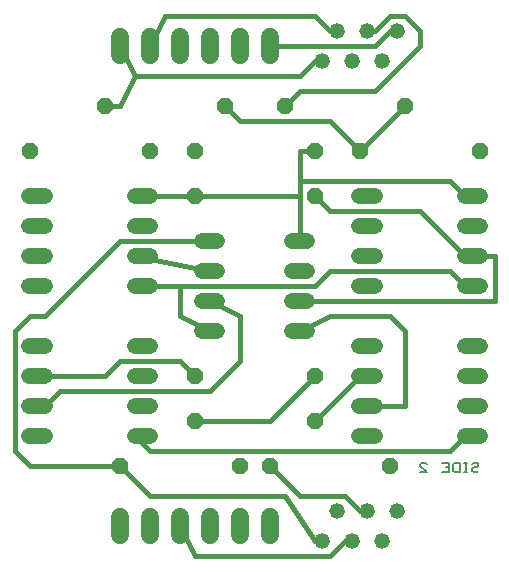
<source format=gbl>
G75*
G70*
%OFA0B0*%
%FSLAX24Y24*%
%IPPOS*%
%LPD*%
%AMOC8*
5,1,8,0,0,1.08239X$1,22.5*
%
%ADD10C,0.0080*%
%ADD11C,0.0520*%
%ADD12OC8,0.0520*%
%ADD13C,0.0520*%
%ADD14C,0.0600*%
%ADD15C,0.0160*%
%ADD16C,0.0079*%
D10*
X014629Y004052D02*
X014842Y004052D01*
X014629Y004266D01*
X014629Y004319D01*
X014682Y004372D01*
X014789Y004372D01*
X014842Y004319D01*
X015365Y004372D02*
X015579Y004372D01*
X015579Y004052D01*
X015365Y004052D01*
X015472Y004212D02*
X015579Y004212D01*
X015733Y004105D02*
X015787Y004052D01*
X015947Y004052D01*
X015947Y004372D01*
X015787Y004372D01*
X015733Y004319D01*
X015733Y004105D01*
X016086Y004052D02*
X016192Y004052D01*
X016139Y004052D02*
X016139Y004372D01*
X016192Y004372D02*
X016086Y004372D01*
X016347Y004319D02*
X016401Y004372D01*
X016507Y004372D01*
X016561Y004319D01*
X016561Y004266D01*
X016507Y004212D01*
X016401Y004212D01*
X016347Y004159D01*
X016347Y004105D01*
X016401Y004052D01*
X016507Y004052D01*
X016561Y004105D01*
D11*
X016621Y005262D02*
X016101Y005262D01*
X016101Y006262D02*
X016621Y006262D01*
X016621Y007262D02*
X016101Y007262D01*
X016101Y008262D02*
X016621Y008262D01*
X016621Y010262D02*
X016101Y010262D01*
X016101Y011262D02*
X016621Y011262D01*
X016621Y012262D02*
X016101Y012262D01*
X016101Y013262D02*
X016621Y013262D01*
X013101Y013262D02*
X012581Y013262D01*
X012581Y012262D02*
X013101Y012262D01*
X013101Y011262D02*
X012581Y011262D01*
X012581Y010262D02*
X013101Y010262D01*
X013101Y008262D02*
X012581Y008262D01*
X012581Y007262D02*
X013101Y007262D01*
X013101Y006262D02*
X012581Y006262D01*
X012581Y005262D02*
X013101Y005262D01*
X010861Y008762D02*
X010341Y008762D01*
X010341Y009762D02*
X010861Y009762D01*
X010861Y010762D02*
X010341Y010762D01*
X010341Y011762D02*
X010861Y011762D01*
X007861Y011762D02*
X007341Y011762D01*
X007341Y010762D02*
X007861Y010762D01*
X007861Y009762D02*
X007341Y009762D01*
X007341Y008762D02*
X007861Y008762D01*
X005621Y008262D02*
X005101Y008262D01*
X005101Y007262D02*
X005621Y007262D01*
X005621Y006262D02*
X005101Y006262D01*
X005101Y005262D02*
X005621Y005262D01*
X002101Y005262D02*
X001581Y005262D01*
X001581Y006262D02*
X002101Y006262D01*
X002101Y007262D02*
X001581Y007262D01*
X001581Y008262D02*
X002101Y008262D01*
X002101Y010262D02*
X001581Y010262D01*
X001581Y011262D02*
X002101Y011262D01*
X002101Y012262D02*
X001581Y012262D01*
X001581Y013262D02*
X002101Y013262D01*
X005101Y013262D02*
X005621Y013262D01*
X005621Y012262D02*
X005101Y012262D01*
X005101Y011262D02*
X005621Y011262D01*
X005621Y010262D02*
X005101Y010262D01*
D12*
X007101Y007262D03*
X007101Y005762D03*
X008601Y004262D03*
X009601Y004262D03*
X011101Y005762D03*
X011101Y007262D03*
X013601Y004262D03*
X011101Y013262D03*
X011101Y014762D03*
X010101Y016262D03*
X008101Y016262D03*
X007101Y014762D03*
X007101Y013262D03*
X005601Y014762D03*
X004101Y016262D03*
X001601Y014762D03*
X004601Y004262D03*
X012601Y014762D03*
X014101Y016262D03*
X016601Y014762D03*
D13*
X013351Y017762D03*
X012351Y017762D03*
X012851Y018762D03*
X011851Y018762D03*
X011351Y017762D03*
X013851Y018762D03*
X013851Y002762D03*
X013351Y001762D03*
X012351Y001762D03*
X012851Y002762D03*
X011851Y002762D03*
X011351Y001762D03*
D14*
X009601Y001962D02*
X009601Y002562D01*
X008601Y002562D02*
X008601Y001962D01*
X007601Y001962D02*
X007601Y002562D01*
X006601Y002562D02*
X006601Y001962D01*
X005601Y001962D02*
X005601Y002562D01*
X004601Y002562D02*
X004601Y001962D01*
X004601Y017962D02*
X004601Y018562D01*
X005601Y018562D02*
X005601Y017962D01*
X006601Y017962D02*
X006601Y018562D01*
X007601Y018562D02*
X007601Y017962D01*
X008601Y017962D02*
X008601Y018562D01*
X009601Y018562D02*
X009601Y017962D01*
D15*
X004601Y004262D02*
X001601Y004262D01*
X001101Y004762D01*
X001101Y008762D01*
X001601Y009262D01*
X002101Y009262D01*
X004601Y011762D01*
X007601Y011762D01*
X007601Y010762D02*
X005101Y011262D01*
X005101Y010262D02*
X006101Y010262D01*
X006601Y010262D01*
X011101Y010262D01*
X011601Y010762D01*
X015601Y010762D01*
X016101Y010262D01*
X016101Y011262D02*
X014601Y012762D01*
X011601Y012762D01*
X011101Y013262D01*
X010601Y013262D02*
X007101Y013262D01*
X005101Y013262D01*
X004601Y016262D02*
X004101Y016262D01*
X004601Y016262D02*
X005101Y017262D01*
X004601Y018262D01*
X005601Y018262D02*
X006101Y019262D01*
X011101Y019262D01*
X011601Y018762D01*
X011851Y018762D01*
X012851Y018762D02*
X013101Y018762D01*
X013601Y019262D01*
X014101Y019262D01*
X014601Y018762D01*
X014601Y018262D01*
X013101Y016762D01*
X010601Y016762D01*
X010101Y016262D01*
X010601Y017262D02*
X005101Y017262D01*
X008101Y016262D02*
X008601Y015762D01*
X011601Y015762D01*
X012601Y014762D01*
X014101Y016262D01*
X013101Y018262D02*
X009601Y018262D01*
X010601Y017262D02*
X011101Y017762D01*
X011351Y017762D01*
X013101Y018262D02*
X013601Y018762D01*
X011101Y014762D02*
X010601Y014762D01*
X010601Y013762D01*
X015601Y013762D01*
X016101Y013262D01*
X016101Y011262D02*
X017101Y011262D01*
X017101Y009762D01*
X010601Y009762D01*
X010601Y008762D02*
X011601Y009262D01*
X013601Y009262D01*
X014101Y008762D01*
X014101Y006262D01*
X013101Y006262D01*
X012601Y007262D02*
X011101Y005762D01*
X009601Y005762D02*
X011101Y007262D01*
X009601Y005762D02*
X007101Y005762D01*
X007601Y006762D02*
X008601Y007762D01*
X008601Y009262D01*
X007601Y009762D01*
X007601Y008762D02*
X006601Y009262D01*
X006601Y010262D01*
X006601Y007762D02*
X004601Y007762D01*
X004101Y007262D01*
X002101Y007262D01*
X002601Y006762D02*
X007601Y006762D01*
X007101Y007262D02*
X006601Y007762D01*
X005101Y005262D02*
X005601Y004762D01*
X015601Y004762D01*
X016101Y005262D01*
X012851Y002762D02*
X012601Y002762D01*
X012101Y003262D01*
X010601Y003262D01*
X009601Y004262D01*
X010101Y003262D02*
X005601Y003262D01*
X004601Y004262D01*
X006601Y002262D02*
X007101Y001262D01*
X011601Y001262D01*
X012101Y001762D01*
X012351Y001762D01*
X011351Y001762D02*
X011101Y001762D01*
X010101Y003262D01*
X002601Y006762D02*
X002101Y006262D01*
X010601Y011762D02*
X010601Y013262D01*
X010601Y013762D01*
D16*
X013601Y018762D02*
X013851Y018762D01*
X013101Y007262D02*
X012601Y007262D01*
M02*

</source>
